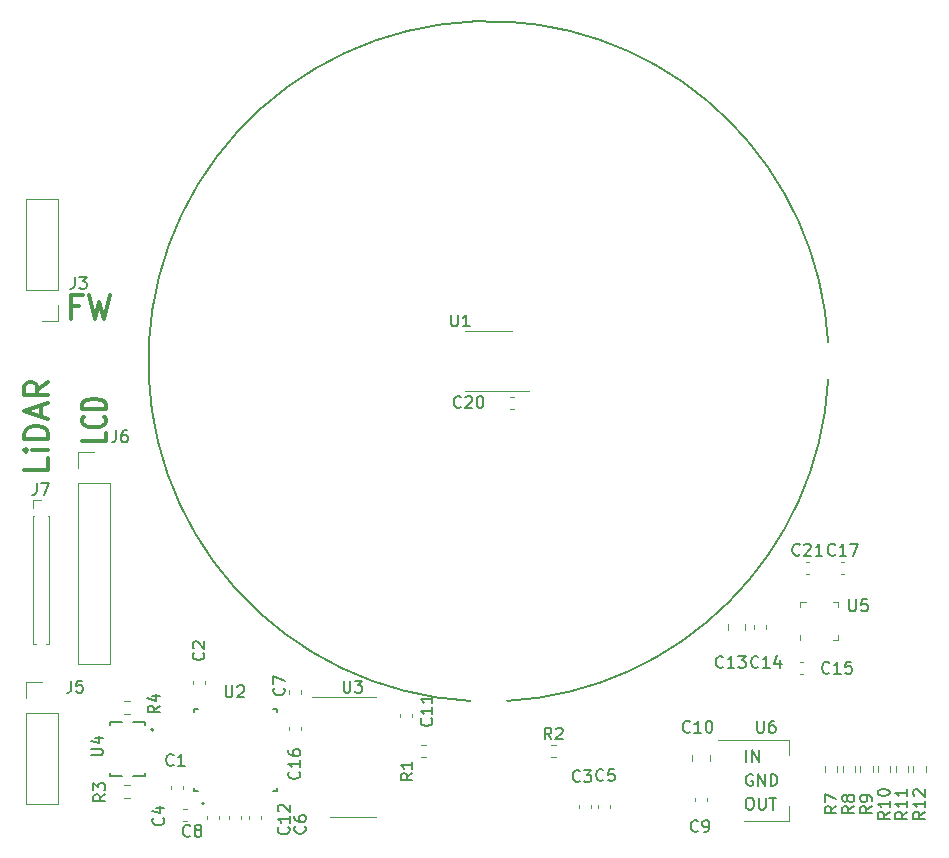
<source format=gbr>
%TF.GenerationSoftware,KiCad,Pcbnew,(6.0.5)*%
%TF.CreationDate,2023-11-22T15:14:02+07:00*%
%TF.ProjectId,view_base,76696577-5f62-4617-9365-2e6b69636164,rev?*%
%TF.SameCoordinates,Original*%
%TF.FileFunction,Legend,Top*%
%TF.FilePolarity,Positive*%
%FSLAX46Y46*%
G04 Gerber Fmt 4.6, Leading zero omitted, Abs format (unit mm)*
G04 Created by KiCad (PCBNEW (6.0.5)) date 2023-11-22 15:14:02*
%MOMM*%
%LPD*%
G01*
G04 APERTURE LIST*
%ADD10C,0.200000*%
%ADD11C,0.300000*%
%ADD12C,0.150000*%
%ADD13C,0.120000*%
%ADD14C,0.127000*%
G04 APERTURE END LIST*
D10*
X101547847Y-71241622D02*
G75*
G03*
X98452153Y-128758375I-1548187J-28758358D01*
G01*
X101567092Y-128757332D02*
G75*
G03*
X128758375Y-101547847I-1567092J28757332D01*
G01*
X128757332Y-98432908D02*
G75*
G03*
X101547847Y-71241625I-28757332J-1567092D01*
G01*
D11*
X65342857Y-95357142D02*
X64676190Y-95357142D01*
X64676190Y-96404761D02*
X64676190Y-94404761D01*
X65628571Y-94404761D01*
X66200000Y-94404761D02*
X66676190Y-96404761D01*
X67057142Y-94976190D01*
X67438095Y-96404761D01*
X67914285Y-94404761D01*
X67604761Y-106035714D02*
X67604761Y-106750000D01*
X65604761Y-106750000D01*
X67414285Y-104678571D02*
X67509523Y-104750000D01*
X67604761Y-104964285D01*
X67604761Y-105107142D01*
X67509523Y-105321428D01*
X67319047Y-105464285D01*
X67128571Y-105535714D01*
X66747619Y-105607142D01*
X66461904Y-105607142D01*
X66080952Y-105535714D01*
X65890476Y-105464285D01*
X65700000Y-105321428D01*
X65604761Y-105107142D01*
X65604761Y-104964285D01*
X65700000Y-104750000D01*
X65795238Y-104678571D01*
X67604761Y-104035714D02*
X65604761Y-104035714D01*
X65604761Y-103678571D01*
X65700000Y-103464285D01*
X65890476Y-103321428D01*
X66080952Y-103250000D01*
X66461904Y-103178571D01*
X66747619Y-103178571D01*
X67128571Y-103250000D01*
X67319047Y-103321428D01*
X67509523Y-103464285D01*
X67604761Y-103678571D01*
X67604761Y-104035714D01*
X62704761Y-108214285D02*
X62704761Y-109166666D01*
X60704761Y-109166666D01*
X62704761Y-107547619D02*
X61371428Y-107547619D01*
X60704761Y-107547619D02*
X60800000Y-107642857D01*
X60895238Y-107547619D01*
X60800000Y-107452380D01*
X60704761Y-107547619D01*
X60895238Y-107547619D01*
X62704761Y-106595238D02*
X60704761Y-106595238D01*
X60704761Y-106119047D01*
X60800000Y-105833333D01*
X60990476Y-105642857D01*
X61180952Y-105547619D01*
X61561904Y-105452380D01*
X61847619Y-105452380D01*
X62228571Y-105547619D01*
X62419047Y-105642857D01*
X62609523Y-105833333D01*
X62704761Y-106119047D01*
X62704761Y-106595238D01*
X62133333Y-104690476D02*
X62133333Y-103738095D01*
X62704761Y-104880952D02*
X60704761Y-104214285D01*
X62704761Y-103547619D01*
X62704761Y-101738095D02*
X61752380Y-102404761D01*
X62704761Y-102880952D02*
X60704761Y-102880952D01*
X60704761Y-102119047D01*
X60800000Y-101928571D01*
X60895238Y-101833333D01*
X61085714Y-101738095D01*
X61371428Y-101738095D01*
X61561904Y-101833333D01*
X61657142Y-101928571D01*
X61752380Y-102119047D01*
X61752380Y-102880952D01*
D12*
%TO.C,R1*%
X93552380Y-134866666D02*
X93076190Y-135200000D01*
X93552380Y-135438095D02*
X92552380Y-135438095D01*
X92552380Y-135057142D01*
X92600000Y-134961904D01*
X92647619Y-134914285D01*
X92742857Y-134866666D01*
X92885714Y-134866666D01*
X92980952Y-134914285D01*
X93028571Y-134961904D01*
X93076190Y-135057142D01*
X93076190Y-135438095D01*
X93552380Y-133914285D02*
X93552380Y-134485714D01*
X93552380Y-134200000D02*
X92552380Y-134200000D01*
X92695238Y-134295238D01*
X92790476Y-134390476D01*
X92838095Y-134485714D01*
%TO.C,R2*%
X105333333Y-132022380D02*
X105000000Y-131546190D01*
X104761904Y-132022380D02*
X104761904Y-131022380D01*
X105142857Y-131022380D01*
X105238095Y-131070000D01*
X105285714Y-131117619D01*
X105333333Y-131212857D01*
X105333333Y-131355714D01*
X105285714Y-131450952D01*
X105238095Y-131498571D01*
X105142857Y-131546190D01*
X104761904Y-131546190D01*
X105714285Y-131117619D02*
X105761904Y-131070000D01*
X105857142Y-131022380D01*
X106095238Y-131022380D01*
X106190476Y-131070000D01*
X106238095Y-131117619D01*
X106285714Y-131212857D01*
X106285714Y-131308095D01*
X106238095Y-131450952D01*
X105666666Y-132022380D01*
X106285714Y-132022380D01*
%TO.C,U2*%
X77738095Y-127452380D02*
X77738095Y-128261904D01*
X77785714Y-128357142D01*
X77833333Y-128404761D01*
X77928571Y-128452380D01*
X78119047Y-128452380D01*
X78214285Y-128404761D01*
X78261904Y-128357142D01*
X78309523Y-128261904D01*
X78309523Y-127452380D01*
X78738095Y-127547619D02*
X78785714Y-127500000D01*
X78880952Y-127452380D01*
X79119047Y-127452380D01*
X79214285Y-127500000D01*
X79261904Y-127547619D01*
X79309523Y-127642857D01*
X79309523Y-127738095D01*
X79261904Y-127880952D01*
X78690476Y-128452380D01*
X79309523Y-128452380D01*
%TO.C,C11*%
X95157142Y-130242857D02*
X95204761Y-130290476D01*
X95252380Y-130433333D01*
X95252380Y-130528571D01*
X95204761Y-130671428D01*
X95109523Y-130766666D01*
X95014285Y-130814285D01*
X94823809Y-130861904D01*
X94680952Y-130861904D01*
X94490476Y-130814285D01*
X94395238Y-130766666D01*
X94300000Y-130671428D01*
X94252380Y-130528571D01*
X94252380Y-130433333D01*
X94300000Y-130290476D01*
X94347619Y-130242857D01*
X95252380Y-129290476D02*
X95252380Y-129861904D01*
X95252380Y-129576190D02*
X94252380Y-129576190D01*
X94395238Y-129671428D01*
X94490476Y-129766666D01*
X94538095Y-129861904D01*
X95252380Y-128338095D02*
X95252380Y-128909523D01*
X95252380Y-128623809D02*
X94252380Y-128623809D01*
X94395238Y-128719047D01*
X94490476Y-128814285D01*
X94538095Y-128909523D01*
%TO.C,C13*%
X119857142Y-125857142D02*
X119809523Y-125904761D01*
X119666666Y-125952380D01*
X119571428Y-125952380D01*
X119428571Y-125904761D01*
X119333333Y-125809523D01*
X119285714Y-125714285D01*
X119238095Y-125523809D01*
X119238095Y-125380952D01*
X119285714Y-125190476D01*
X119333333Y-125095238D01*
X119428571Y-125000000D01*
X119571428Y-124952380D01*
X119666666Y-124952380D01*
X119809523Y-125000000D01*
X119857142Y-125047619D01*
X120809523Y-125952380D02*
X120238095Y-125952380D01*
X120523809Y-125952380D02*
X120523809Y-124952380D01*
X120428571Y-125095238D01*
X120333333Y-125190476D01*
X120238095Y-125238095D01*
X121142857Y-124952380D02*
X121761904Y-124952380D01*
X121428571Y-125333333D01*
X121571428Y-125333333D01*
X121666666Y-125380952D01*
X121714285Y-125428571D01*
X121761904Y-125523809D01*
X121761904Y-125761904D01*
X121714285Y-125857142D01*
X121666666Y-125904761D01*
X121571428Y-125952380D01*
X121285714Y-125952380D01*
X121190476Y-125904761D01*
X121142857Y-125857142D01*
%TO.C,C14*%
X122857142Y-125857142D02*
X122809523Y-125904761D01*
X122666666Y-125952380D01*
X122571428Y-125952380D01*
X122428571Y-125904761D01*
X122333333Y-125809523D01*
X122285714Y-125714285D01*
X122238095Y-125523809D01*
X122238095Y-125380952D01*
X122285714Y-125190476D01*
X122333333Y-125095238D01*
X122428571Y-125000000D01*
X122571428Y-124952380D01*
X122666666Y-124952380D01*
X122809523Y-125000000D01*
X122857142Y-125047619D01*
X123809523Y-125952380D02*
X123238095Y-125952380D01*
X123523809Y-125952380D02*
X123523809Y-124952380D01*
X123428571Y-125095238D01*
X123333333Y-125190476D01*
X123238095Y-125238095D01*
X124666666Y-125285714D02*
X124666666Y-125952380D01*
X124428571Y-124904761D02*
X124190476Y-125619047D01*
X124809523Y-125619047D01*
%TO.C,C15*%
X128857142Y-126357142D02*
X128809523Y-126404761D01*
X128666666Y-126452380D01*
X128571428Y-126452380D01*
X128428571Y-126404761D01*
X128333333Y-126309523D01*
X128285714Y-126214285D01*
X128238095Y-126023809D01*
X128238095Y-125880952D01*
X128285714Y-125690476D01*
X128333333Y-125595238D01*
X128428571Y-125500000D01*
X128571428Y-125452380D01*
X128666666Y-125452380D01*
X128809523Y-125500000D01*
X128857142Y-125547619D01*
X129809523Y-126452380D02*
X129238095Y-126452380D01*
X129523809Y-126452380D02*
X129523809Y-125452380D01*
X129428571Y-125595238D01*
X129333333Y-125690476D01*
X129238095Y-125738095D01*
X130714285Y-125452380D02*
X130238095Y-125452380D01*
X130190476Y-125928571D01*
X130238095Y-125880952D01*
X130333333Y-125833333D01*
X130571428Y-125833333D01*
X130666666Y-125880952D01*
X130714285Y-125928571D01*
X130761904Y-126023809D01*
X130761904Y-126261904D01*
X130714285Y-126357142D01*
X130666666Y-126404761D01*
X130571428Y-126452380D01*
X130333333Y-126452380D01*
X130238095Y-126404761D01*
X130190476Y-126357142D01*
%TO.C,C17*%
X129357142Y-116357142D02*
X129309523Y-116404761D01*
X129166666Y-116452380D01*
X129071428Y-116452380D01*
X128928571Y-116404761D01*
X128833333Y-116309523D01*
X128785714Y-116214285D01*
X128738095Y-116023809D01*
X128738095Y-115880952D01*
X128785714Y-115690476D01*
X128833333Y-115595238D01*
X128928571Y-115500000D01*
X129071428Y-115452380D01*
X129166666Y-115452380D01*
X129309523Y-115500000D01*
X129357142Y-115547619D01*
X130309523Y-116452380D02*
X129738095Y-116452380D01*
X130023809Y-116452380D02*
X130023809Y-115452380D01*
X129928571Y-115595238D01*
X129833333Y-115690476D01*
X129738095Y-115738095D01*
X130642857Y-115452380D02*
X131309523Y-115452380D01*
X130880952Y-116452380D01*
%TO.C,U6*%
X122738095Y-130452380D02*
X122738095Y-131261904D01*
X122785714Y-131357142D01*
X122833333Y-131404761D01*
X122928571Y-131452380D01*
X123119047Y-131452380D01*
X123214285Y-131404761D01*
X123261904Y-131357142D01*
X123309523Y-131261904D01*
X123309523Y-130452380D01*
X124214285Y-130452380D02*
X124023809Y-130452380D01*
X123928571Y-130500000D01*
X123880952Y-130547619D01*
X123785714Y-130690476D01*
X123738095Y-130880952D01*
X123738095Y-131261904D01*
X123785714Y-131357142D01*
X123833333Y-131404761D01*
X123928571Y-131452380D01*
X124119047Y-131452380D01*
X124214285Y-131404761D01*
X124261904Y-131357142D01*
X124309523Y-131261904D01*
X124309523Y-131023809D01*
X124261904Y-130928571D01*
X124214285Y-130880952D01*
X124119047Y-130833333D01*
X123928571Y-130833333D01*
X123833333Y-130880952D01*
X123785714Y-130928571D01*
X123738095Y-131023809D01*
X122026071Y-136952380D02*
X122216547Y-136952380D01*
X122311785Y-137000000D01*
X122407023Y-137095238D01*
X122454642Y-137285714D01*
X122454642Y-137619047D01*
X122407023Y-137809523D01*
X122311785Y-137904761D01*
X122216547Y-137952380D01*
X122026071Y-137952380D01*
X121930833Y-137904761D01*
X121835595Y-137809523D01*
X121787976Y-137619047D01*
X121787976Y-137285714D01*
X121835595Y-137095238D01*
X121930833Y-137000000D01*
X122026071Y-136952380D01*
X122883214Y-136952380D02*
X122883214Y-137761904D01*
X122930833Y-137857142D01*
X122978452Y-137904761D01*
X123073690Y-137952380D01*
X123264166Y-137952380D01*
X123359404Y-137904761D01*
X123407023Y-137857142D01*
X123454642Y-137761904D01*
X123454642Y-136952380D01*
X123787976Y-136952380D02*
X124359404Y-136952380D01*
X124073690Y-137952380D02*
X124073690Y-136952380D01*
X121835595Y-133952380D02*
X121835595Y-132952380D01*
X122311785Y-133952380D02*
X122311785Y-132952380D01*
X122883214Y-133952380D01*
X122883214Y-132952380D01*
X122359404Y-135000000D02*
X122264166Y-134952380D01*
X122121309Y-134952380D01*
X121978452Y-135000000D01*
X121883214Y-135095238D01*
X121835595Y-135190476D01*
X121787976Y-135380952D01*
X121787976Y-135523809D01*
X121835595Y-135714285D01*
X121883214Y-135809523D01*
X121978452Y-135904761D01*
X122121309Y-135952380D01*
X122216547Y-135952380D01*
X122359404Y-135904761D01*
X122407023Y-135857142D01*
X122407023Y-135523809D01*
X122216547Y-135523809D01*
X122835595Y-135952380D02*
X122835595Y-134952380D01*
X123407023Y-135952380D01*
X123407023Y-134952380D01*
X123883214Y-135952380D02*
X123883214Y-134952380D01*
X124121309Y-134952380D01*
X124264166Y-135000000D01*
X124359404Y-135095238D01*
X124407023Y-135190476D01*
X124454642Y-135380952D01*
X124454642Y-135523809D01*
X124407023Y-135714285D01*
X124359404Y-135809523D01*
X124264166Y-135904761D01*
X124121309Y-135952380D01*
X123883214Y-135952380D01*
%TO.C,U3*%
X87738095Y-127052380D02*
X87738095Y-127861904D01*
X87785714Y-127957142D01*
X87833333Y-128004761D01*
X87928571Y-128052380D01*
X88119047Y-128052380D01*
X88214285Y-128004761D01*
X88261904Y-127957142D01*
X88309523Y-127861904D01*
X88309523Y-127052380D01*
X88690476Y-127052380D02*
X89309523Y-127052380D01*
X88976190Y-127433333D01*
X89119047Y-127433333D01*
X89214285Y-127480952D01*
X89261904Y-127528571D01*
X89309523Y-127623809D01*
X89309523Y-127861904D01*
X89261904Y-127957142D01*
X89214285Y-128004761D01*
X89119047Y-128052380D01*
X88833333Y-128052380D01*
X88738095Y-128004761D01*
X88690476Y-127957142D01*
%TO.C,U5*%
X130538095Y-120152380D02*
X130538095Y-120961904D01*
X130585714Y-121057142D01*
X130633333Y-121104761D01*
X130728571Y-121152380D01*
X130919047Y-121152380D01*
X131014285Y-121104761D01*
X131061904Y-121057142D01*
X131109523Y-120961904D01*
X131109523Y-120152380D01*
X132061904Y-120152380D02*
X131585714Y-120152380D01*
X131538095Y-120628571D01*
X131585714Y-120580952D01*
X131680952Y-120533333D01*
X131919047Y-120533333D01*
X132014285Y-120580952D01*
X132061904Y-120628571D01*
X132109523Y-120723809D01*
X132109523Y-120961904D01*
X132061904Y-121057142D01*
X132014285Y-121104761D01*
X131919047Y-121152380D01*
X131680952Y-121152380D01*
X131585714Y-121104761D01*
X131538095Y-121057142D01*
%TO.C,C21*%
X126357142Y-116357142D02*
X126309523Y-116404761D01*
X126166666Y-116452380D01*
X126071428Y-116452380D01*
X125928571Y-116404761D01*
X125833333Y-116309523D01*
X125785714Y-116214285D01*
X125738095Y-116023809D01*
X125738095Y-115880952D01*
X125785714Y-115690476D01*
X125833333Y-115595238D01*
X125928571Y-115500000D01*
X126071428Y-115452380D01*
X126166666Y-115452380D01*
X126309523Y-115500000D01*
X126357142Y-115547619D01*
X126738095Y-115547619D02*
X126785714Y-115500000D01*
X126880952Y-115452380D01*
X127119047Y-115452380D01*
X127214285Y-115500000D01*
X127261904Y-115547619D01*
X127309523Y-115642857D01*
X127309523Y-115738095D01*
X127261904Y-115880952D01*
X126690476Y-116452380D01*
X127309523Y-116452380D01*
X128261904Y-116452380D02*
X127690476Y-116452380D01*
X127976190Y-116452380D02*
X127976190Y-115452380D01*
X127880952Y-115595238D01*
X127785714Y-115690476D01*
X127690476Y-115738095D01*
%TO.C,U1*%
X96838095Y-96052380D02*
X96838095Y-96861904D01*
X96885714Y-96957142D01*
X96933333Y-97004761D01*
X97028571Y-97052380D01*
X97219047Y-97052380D01*
X97314285Y-97004761D01*
X97361904Y-96957142D01*
X97409523Y-96861904D01*
X97409523Y-96052380D01*
X98409523Y-97052380D02*
X97838095Y-97052380D01*
X98123809Y-97052380D02*
X98123809Y-96052380D01*
X98028571Y-96195238D01*
X97933333Y-96290476D01*
X97838095Y-96338095D01*
%TO.C,C20*%
X97657142Y-103857142D02*
X97609523Y-103904761D01*
X97466666Y-103952380D01*
X97371428Y-103952380D01*
X97228571Y-103904761D01*
X97133333Y-103809523D01*
X97085714Y-103714285D01*
X97038095Y-103523809D01*
X97038095Y-103380952D01*
X97085714Y-103190476D01*
X97133333Y-103095238D01*
X97228571Y-103000000D01*
X97371428Y-102952380D01*
X97466666Y-102952380D01*
X97609523Y-103000000D01*
X97657142Y-103047619D01*
X98038095Y-103047619D02*
X98085714Y-103000000D01*
X98180952Y-102952380D01*
X98419047Y-102952380D01*
X98514285Y-103000000D01*
X98561904Y-103047619D01*
X98609523Y-103142857D01*
X98609523Y-103238095D01*
X98561904Y-103380952D01*
X97990476Y-103952380D01*
X98609523Y-103952380D01*
X99228571Y-102952380D02*
X99323809Y-102952380D01*
X99419047Y-103000000D01*
X99466666Y-103047619D01*
X99514285Y-103142857D01*
X99561904Y-103333333D01*
X99561904Y-103571428D01*
X99514285Y-103761904D01*
X99466666Y-103857142D01*
X99419047Y-103904761D01*
X99323809Y-103952380D01*
X99228571Y-103952380D01*
X99133333Y-103904761D01*
X99085714Y-103857142D01*
X99038095Y-103761904D01*
X98990476Y-103571428D01*
X98990476Y-103333333D01*
X99038095Y-103142857D01*
X99085714Y-103047619D01*
X99133333Y-103000000D01*
X99228571Y-102952380D01*
%TO.C,R7*%
X129452380Y-137666666D02*
X128976190Y-138000000D01*
X129452380Y-138238095D02*
X128452380Y-138238095D01*
X128452380Y-137857142D01*
X128500000Y-137761904D01*
X128547619Y-137714285D01*
X128642857Y-137666666D01*
X128785714Y-137666666D01*
X128880952Y-137714285D01*
X128928571Y-137761904D01*
X128976190Y-137857142D01*
X128976190Y-138238095D01*
X128452380Y-137333333D02*
X128452380Y-136666666D01*
X129452380Y-137095238D01*
%TO.C,R8*%
X130952380Y-137666666D02*
X130476190Y-138000000D01*
X130952380Y-138238095D02*
X129952380Y-138238095D01*
X129952380Y-137857142D01*
X130000000Y-137761904D01*
X130047619Y-137714285D01*
X130142857Y-137666666D01*
X130285714Y-137666666D01*
X130380952Y-137714285D01*
X130428571Y-137761904D01*
X130476190Y-137857142D01*
X130476190Y-138238095D01*
X130380952Y-137095238D02*
X130333333Y-137190476D01*
X130285714Y-137238095D01*
X130190476Y-137285714D01*
X130142857Y-137285714D01*
X130047619Y-137238095D01*
X130000000Y-137190476D01*
X129952380Y-137095238D01*
X129952380Y-136904761D01*
X130000000Y-136809523D01*
X130047619Y-136761904D01*
X130142857Y-136714285D01*
X130190476Y-136714285D01*
X130285714Y-136761904D01*
X130333333Y-136809523D01*
X130380952Y-136904761D01*
X130380952Y-137095238D01*
X130428571Y-137190476D01*
X130476190Y-137238095D01*
X130571428Y-137285714D01*
X130761904Y-137285714D01*
X130857142Y-137238095D01*
X130904761Y-137190476D01*
X130952380Y-137095238D01*
X130952380Y-136904761D01*
X130904761Y-136809523D01*
X130857142Y-136761904D01*
X130761904Y-136714285D01*
X130571428Y-136714285D01*
X130476190Y-136761904D01*
X130428571Y-136809523D01*
X130380952Y-136904761D01*
%TO.C,R12*%
X136952380Y-138142857D02*
X136476190Y-138476190D01*
X136952380Y-138714285D02*
X135952380Y-138714285D01*
X135952380Y-138333333D01*
X136000000Y-138238095D01*
X136047619Y-138190476D01*
X136142857Y-138142857D01*
X136285714Y-138142857D01*
X136380952Y-138190476D01*
X136428571Y-138238095D01*
X136476190Y-138333333D01*
X136476190Y-138714285D01*
X136952380Y-137190476D02*
X136952380Y-137761904D01*
X136952380Y-137476190D02*
X135952380Y-137476190D01*
X136095238Y-137571428D01*
X136190476Y-137666666D01*
X136238095Y-137761904D01*
X136047619Y-136809523D02*
X136000000Y-136761904D01*
X135952380Y-136666666D01*
X135952380Y-136428571D01*
X136000000Y-136333333D01*
X136047619Y-136285714D01*
X136142857Y-136238095D01*
X136238095Y-136238095D01*
X136380952Y-136285714D01*
X136952380Y-136857142D01*
X136952380Y-136238095D01*
%TO.C,R9*%
X132452380Y-137666666D02*
X131976190Y-138000000D01*
X132452380Y-138238095D02*
X131452380Y-138238095D01*
X131452380Y-137857142D01*
X131500000Y-137761904D01*
X131547619Y-137714285D01*
X131642857Y-137666666D01*
X131785714Y-137666666D01*
X131880952Y-137714285D01*
X131928571Y-137761904D01*
X131976190Y-137857142D01*
X131976190Y-138238095D01*
X132452380Y-137190476D02*
X132452380Y-137000000D01*
X132404761Y-136904761D01*
X132357142Y-136857142D01*
X132214285Y-136761904D01*
X132023809Y-136714285D01*
X131642857Y-136714285D01*
X131547619Y-136761904D01*
X131500000Y-136809523D01*
X131452380Y-136904761D01*
X131452380Y-137095238D01*
X131500000Y-137190476D01*
X131547619Y-137238095D01*
X131642857Y-137285714D01*
X131880952Y-137285714D01*
X131976190Y-137238095D01*
X132023809Y-137190476D01*
X132071428Y-137095238D01*
X132071428Y-136904761D01*
X132023809Y-136809523D01*
X131976190Y-136761904D01*
X131880952Y-136714285D01*
%TO.C,R10*%
X133952380Y-138142857D02*
X133476190Y-138476190D01*
X133952380Y-138714285D02*
X132952380Y-138714285D01*
X132952380Y-138333333D01*
X133000000Y-138238095D01*
X133047619Y-138190476D01*
X133142857Y-138142857D01*
X133285714Y-138142857D01*
X133380952Y-138190476D01*
X133428571Y-138238095D01*
X133476190Y-138333333D01*
X133476190Y-138714285D01*
X133952380Y-137190476D02*
X133952380Y-137761904D01*
X133952380Y-137476190D02*
X132952380Y-137476190D01*
X133095238Y-137571428D01*
X133190476Y-137666666D01*
X133238095Y-137761904D01*
X132952380Y-136571428D02*
X132952380Y-136476190D01*
X133000000Y-136380952D01*
X133047619Y-136333333D01*
X133142857Y-136285714D01*
X133333333Y-136238095D01*
X133571428Y-136238095D01*
X133761904Y-136285714D01*
X133857142Y-136333333D01*
X133904761Y-136380952D01*
X133952380Y-136476190D01*
X133952380Y-136571428D01*
X133904761Y-136666666D01*
X133857142Y-136714285D01*
X133761904Y-136761904D01*
X133571428Y-136809523D01*
X133333333Y-136809523D01*
X133142857Y-136761904D01*
X133047619Y-136714285D01*
X133000000Y-136666666D01*
X132952380Y-136571428D01*
%TO.C,R11*%
X135452380Y-138142857D02*
X134976190Y-138476190D01*
X135452380Y-138714285D02*
X134452380Y-138714285D01*
X134452380Y-138333333D01*
X134500000Y-138238095D01*
X134547619Y-138190476D01*
X134642857Y-138142857D01*
X134785714Y-138142857D01*
X134880952Y-138190476D01*
X134928571Y-138238095D01*
X134976190Y-138333333D01*
X134976190Y-138714285D01*
X135452380Y-137190476D02*
X135452380Y-137761904D01*
X135452380Y-137476190D02*
X134452380Y-137476190D01*
X134595238Y-137571428D01*
X134690476Y-137666666D01*
X134738095Y-137761904D01*
X135452380Y-136238095D02*
X135452380Y-136809523D01*
X135452380Y-136523809D02*
X134452380Y-136523809D01*
X134595238Y-136619047D01*
X134690476Y-136714285D01*
X134738095Y-136809523D01*
%TO.C,C10*%
X117057142Y-131357142D02*
X117009523Y-131404761D01*
X116866666Y-131452380D01*
X116771428Y-131452380D01*
X116628571Y-131404761D01*
X116533333Y-131309523D01*
X116485714Y-131214285D01*
X116438095Y-131023809D01*
X116438095Y-130880952D01*
X116485714Y-130690476D01*
X116533333Y-130595238D01*
X116628571Y-130500000D01*
X116771428Y-130452380D01*
X116866666Y-130452380D01*
X117009523Y-130500000D01*
X117057142Y-130547619D01*
X118009523Y-131452380D02*
X117438095Y-131452380D01*
X117723809Y-131452380D02*
X117723809Y-130452380D01*
X117628571Y-130595238D01*
X117533333Y-130690476D01*
X117438095Y-130738095D01*
X118628571Y-130452380D02*
X118723809Y-130452380D01*
X118819047Y-130500000D01*
X118866666Y-130547619D01*
X118914285Y-130642857D01*
X118961904Y-130833333D01*
X118961904Y-131071428D01*
X118914285Y-131261904D01*
X118866666Y-131357142D01*
X118819047Y-131404761D01*
X118723809Y-131452380D01*
X118628571Y-131452380D01*
X118533333Y-131404761D01*
X118485714Y-131357142D01*
X118438095Y-131261904D01*
X118390476Y-131071428D01*
X118390476Y-130833333D01*
X118438095Y-130642857D01*
X118485714Y-130547619D01*
X118533333Y-130500000D01*
X118628571Y-130452380D01*
%TO.C,C9*%
X117733333Y-139757142D02*
X117685714Y-139804761D01*
X117542857Y-139852380D01*
X117447619Y-139852380D01*
X117304761Y-139804761D01*
X117209523Y-139709523D01*
X117161904Y-139614285D01*
X117114285Y-139423809D01*
X117114285Y-139280952D01*
X117161904Y-139090476D01*
X117209523Y-138995238D01*
X117304761Y-138900000D01*
X117447619Y-138852380D01*
X117542857Y-138852380D01*
X117685714Y-138900000D01*
X117733333Y-138947619D01*
X118209523Y-139852380D02*
X118400000Y-139852380D01*
X118495238Y-139804761D01*
X118542857Y-139757142D01*
X118638095Y-139614285D01*
X118685714Y-139423809D01*
X118685714Y-139042857D01*
X118638095Y-138947619D01*
X118590476Y-138900000D01*
X118495238Y-138852380D01*
X118304761Y-138852380D01*
X118209523Y-138900000D01*
X118161904Y-138947619D01*
X118114285Y-139042857D01*
X118114285Y-139280952D01*
X118161904Y-139376190D01*
X118209523Y-139423809D01*
X118304761Y-139471428D01*
X118495238Y-139471428D01*
X118590476Y-139423809D01*
X118638095Y-139376190D01*
X118685714Y-139280952D01*
%TO.C,R3*%
X67552380Y-136666666D02*
X67076190Y-137000000D01*
X67552380Y-137238095D02*
X66552380Y-137238095D01*
X66552380Y-136857142D01*
X66600000Y-136761904D01*
X66647619Y-136714285D01*
X66742857Y-136666666D01*
X66885714Y-136666666D01*
X66980952Y-136714285D01*
X67028571Y-136761904D01*
X67076190Y-136857142D01*
X67076190Y-137238095D01*
X66552380Y-136333333D02*
X66552380Y-135714285D01*
X66933333Y-136047619D01*
X66933333Y-135904761D01*
X66980952Y-135809523D01*
X67028571Y-135761904D01*
X67123809Y-135714285D01*
X67361904Y-135714285D01*
X67457142Y-135761904D01*
X67504761Y-135809523D01*
X67552380Y-135904761D01*
X67552380Y-136190476D01*
X67504761Y-136285714D01*
X67457142Y-136333333D01*
%TO.C,J6*%
X68466666Y-105852380D02*
X68466666Y-106566666D01*
X68419047Y-106709523D01*
X68323809Y-106804761D01*
X68180952Y-106852380D01*
X68085714Y-106852380D01*
X69371428Y-105852380D02*
X69180952Y-105852380D01*
X69085714Y-105900000D01*
X69038095Y-105947619D01*
X68942857Y-106090476D01*
X68895238Y-106280952D01*
X68895238Y-106661904D01*
X68942857Y-106757142D01*
X68990476Y-106804761D01*
X69085714Y-106852380D01*
X69276190Y-106852380D01*
X69371428Y-106804761D01*
X69419047Y-106757142D01*
X69466666Y-106661904D01*
X69466666Y-106423809D01*
X69419047Y-106328571D01*
X69371428Y-106280952D01*
X69276190Y-106233333D01*
X69085714Y-106233333D01*
X68990476Y-106280952D01*
X68942857Y-106328571D01*
X68895238Y-106423809D01*
%TO.C,C1*%
X73333333Y-134157142D02*
X73285714Y-134204761D01*
X73142857Y-134252380D01*
X73047619Y-134252380D01*
X72904761Y-134204761D01*
X72809523Y-134109523D01*
X72761904Y-134014285D01*
X72714285Y-133823809D01*
X72714285Y-133680952D01*
X72761904Y-133490476D01*
X72809523Y-133395238D01*
X72904761Y-133300000D01*
X73047619Y-133252380D01*
X73142857Y-133252380D01*
X73285714Y-133300000D01*
X73333333Y-133347619D01*
X74285714Y-134252380D02*
X73714285Y-134252380D01*
X74000000Y-134252380D02*
X74000000Y-133252380D01*
X73904761Y-133395238D01*
X73809523Y-133490476D01*
X73714285Y-133538095D01*
%TO.C,C4*%
X72457142Y-138666666D02*
X72504761Y-138714285D01*
X72552380Y-138857142D01*
X72552380Y-138952380D01*
X72504761Y-139095238D01*
X72409523Y-139190476D01*
X72314285Y-139238095D01*
X72123809Y-139285714D01*
X71980952Y-139285714D01*
X71790476Y-139238095D01*
X71695238Y-139190476D01*
X71600000Y-139095238D01*
X71552380Y-138952380D01*
X71552380Y-138857142D01*
X71600000Y-138714285D01*
X71647619Y-138666666D01*
X71885714Y-137809523D02*
X72552380Y-137809523D01*
X71504761Y-138047619D02*
X72219047Y-138285714D01*
X72219047Y-137666666D01*
%TO.C,C2*%
X75857142Y-124666666D02*
X75904761Y-124714285D01*
X75952380Y-124857142D01*
X75952380Y-124952380D01*
X75904761Y-125095238D01*
X75809523Y-125190476D01*
X75714285Y-125238095D01*
X75523809Y-125285714D01*
X75380952Y-125285714D01*
X75190476Y-125238095D01*
X75095238Y-125190476D01*
X75000000Y-125095238D01*
X74952380Y-124952380D01*
X74952380Y-124857142D01*
X75000000Y-124714285D01*
X75047619Y-124666666D01*
X75047619Y-124285714D02*
X75000000Y-124238095D01*
X74952380Y-124142857D01*
X74952380Y-123904761D01*
X75000000Y-123809523D01*
X75047619Y-123761904D01*
X75142857Y-123714285D01*
X75238095Y-123714285D01*
X75380952Y-123761904D01*
X75952380Y-124333333D01*
X75952380Y-123714285D01*
%TO.C,J5*%
X64666666Y-127052380D02*
X64666666Y-127766666D01*
X64619047Y-127909523D01*
X64523809Y-128004761D01*
X64380952Y-128052380D01*
X64285714Y-128052380D01*
X65619047Y-127052380D02*
X65142857Y-127052380D01*
X65095238Y-127528571D01*
X65142857Y-127480952D01*
X65238095Y-127433333D01*
X65476190Y-127433333D01*
X65571428Y-127480952D01*
X65619047Y-127528571D01*
X65666666Y-127623809D01*
X65666666Y-127861904D01*
X65619047Y-127957142D01*
X65571428Y-128004761D01*
X65476190Y-128052380D01*
X65238095Y-128052380D01*
X65142857Y-128004761D01*
X65095238Y-127957142D01*
%TO.C,C12*%
X83057142Y-139442857D02*
X83104761Y-139490476D01*
X83152380Y-139633333D01*
X83152380Y-139728571D01*
X83104761Y-139871428D01*
X83009523Y-139966666D01*
X82914285Y-140014285D01*
X82723809Y-140061904D01*
X82580952Y-140061904D01*
X82390476Y-140014285D01*
X82295238Y-139966666D01*
X82200000Y-139871428D01*
X82152380Y-139728571D01*
X82152380Y-139633333D01*
X82200000Y-139490476D01*
X82247619Y-139442857D01*
X83152380Y-138490476D02*
X83152380Y-139061904D01*
X83152380Y-138776190D02*
X82152380Y-138776190D01*
X82295238Y-138871428D01*
X82390476Y-138966666D01*
X82438095Y-139061904D01*
X82247619Y-138109523D02*
X82200000Y-138061904D01*
X82152380Y-137966666D01*
X82152380Y-137728571D01*
X82200000Y-137633333D01*
X82247619Y-137585714D01*
X82342857Y-137538095D01*
X82438095Y-137538095D01*
X82580952Y-137585714D01*
X83152380Y-138157142D01*
X83152380Y-137538095D01*
%TO.C,C5*%
X109733333Y-135432142D02*
X109685714Y-135479761D01*
X109542857Y-135527380D01*
X109447619Y-135527380D01*
X109304761Y-135479761D01*
X109209523Y-135384523D01*
X109161904Y-135289285D01*
X109114285Y-135098809D01*
X109114285Y-134955952D01*
X109161904Y-134765476D01*
X109209523Y-134670238D01*
X109304761Y-134575000D01*
X109447619Y-134527380D01*
X109542857Y-134527380D01*
X109685714Y-134575000D01*
X109733333Y-134622619D01*
X110638095Y-134527380D02*
X110161904Y-134527380D01*
X110114285Y-135003571D01*
X110161904Y-134955952D01*
X110257142Y-134908333D01*
X110495238Y-134908333D01*
X110590476Y-134955952D01*
X110638095Y-135003571D01*
X110685714Y-135098809D01*
X110685714Y-135336904D01*
X110638095Y-135432142D01*
X110590476Y-135479761D01*
X110495238Y-135527380D01*
X110257142Y-135527380D01*
X110161904Y-135479761D01*
X110114285Y-135432142D01*
%TO.C,R4*%
X72152380Y-129166666D02*
X71676190Y-129500000D01*
X72152380Y-129738095D02*
X71152380Y-129738095D01*
X71152380Y-129357142D01*
X71200000Y-129261904D01*
X71247619Y-129214285D01*
X71342857Y-129166666D01*
X71485714Y-129166666D01*
X71580952Y-129214285D01*
X71628571Y-129261904D01*
X71676190Y-129357142D01*
X71676190Y-129738095D01*
X71485714Y-128309523D02*
X72152380Y-128309523D01*
X71104761Y-128547619D02*
X71819047Y-128785714D01*
X71819047Y-128166666D01*
%TO.C,C16*%
X83957142Y-134742857D02*
X84004761Y-134790476D01*
X84052380Y-134933333D01*
X84052380Y-135028571D01*
X84004761Y-135171428D01*
X83909523Y-135266666D01*
X83814285Y-135314285D01*
X83623809Y-135361904D01*
X83480952Y-135361904D01*
X83290476Y-135314285D01*
X83195238Y-135266666D01*
X83100000Y-135171428D01*
X83052380Y-135028571D01*
X83052380Y-134933333D01*
X83100000Y-134790476D01*
X83147619Y-134742857D01*
X84052380Y-133790476D02*
X84052380Y-134361904D01*
X84052380Y-134076190D02*
X83052380Y-134076190D01*
X83195238Y-134171428D01*
X83290476Y-134266666D01*
X83338095Y-134361904D01*
X83052380Y-132933333D02*
X83052380Y-133123809D01*
X83100000Y-133219047D01*
X83147619Y-133266666D01*
X83290476Y-133361904D01*
X83480952Y-133409523D01*
X83861904Y-133409523D01*
X83957142Y-133361904D01*
X84004761Y-133314285D01*
X84052380Y-133219047D01*
X84052380Y-133028571D01*
X84004761Y-132933333D01*
X83957142Y-132885714D01*
X83861904Y-132838095D01*
X83623809Y-132838095D01*
X83528571Y-132885714D01*
X83480952Y-132933333D01*
X83433333Y-133028571D01*
X83433333Y-133219047D01*
X83480952Y-133314285D01*
X83528571Y-133361904D01*
X83623809Y-133409523D01*
%TO.C,C8*%
X74733333Y-140157142D02*
X74685714Y-140204761D01*
X74542857Y-140252380D01*
X74447619Y-140252380D01*
X74304761Y-140204761D01*
X74209523Y-140109523D01*
X74161904Y-140014285D01*
X74114285Y-139823809D01*
X74114285Y-139680952D01*
X74161904Y-139490476D01*
X74209523Y-139395238D01*
X74304761Y-139300000D01*
X74447619Y-139252380D01*
X74542857Y-139252380D01*
X74685714Y-139300000D01*
X74733333Y-139347619D01*
X75304761Y-139680952D02*
X75209523Y-139633333D01*
X75161904Y-139585714D01*
X75114285Y-139490476D01*
X75114285Y-139442857D01*
X75161904Y-139347619D01*
X75209523Y-139300000D01*
X75304761Y-139252380D01*
X75495238Y-139252380D01*
X75590476Y-139300000D01*
X75638095Y-139347619D01*
X75685714Y-139442857D01*
X75685714Y-139490476D01*
X75638095Y-139585714D01*
X75590476Y-139633333D01*
X75495238Y-139680952D01*
X75304761Y-139680952D01*
X75209523Y-139728571D01*
X75161904Y-139776190D01*
X75114285Y-139871428D01*
X75114285Y-140061904D01*
X75161904Y-140157142D01*
X75209523Y-140204761D01*
X75304761Y-140252380D01*
X75495238Y-140252380D01*
X75590476Y-140204761D01*
X75638095Y-140157142D01*
X75685714Y-140061904D01*
X75685714Y-139871428D01*
X75638095Y-139776190D01*
X75590476Y-139728571D01*
X75495238Y-139680952D01*
%TO.C,C3*%
X107733333Y-135532142D02*
X107685714Y-135579761D01*
X107542857Y-135627380D01*
X107447619Y-135627380D01*
X107304761Y-135579761D01*
X107209523Y-135484523D01*
X107161904Y-135389285D01*
X107114285Y-135198809D01*
X107114285Y-135055952D01*
X107161904Y-134865476D01*
X107209523Y-134770238D01*
X107304761Y-134675000D01*
X107447619Y-134627380D01*
X107542857Y-134627380D01*
X107685714Y-134675000D01*
X107733333Y-134722619D01*
X108066666Y-134627380D02*
X108685714Y-134627380D01*
X108352380Y-135008333D01*
X108495238Y-135008333D01*
X108590476Y-135055952D01*
X108638095Y-135103571D01*
X108685714Y-135198809D01*
X108685714Y-135436904D01*
X108638095Y-135532142D01*
X108590476Y-135579761D01*
X108495238Y-135627380D01*
X108209523Y-135627380D01*
X108114285Y-135579761D01*
X108066666Y-135532142D01*
%TO.C,C7*%
X82657142Y-127666666D02*
X82704761Y-127714285D01*
X82752380Y-127857142D01*
X82752380Y-127952380D01*
X82704761Y-128095238D01*
X82609523Y-128190476D01*
X82514285Y-128238095D01*
X82323809Y-128285714D01*
X82180952Y-128285714D01*
X81990476Y-128238095D01*
X81895238Y-128190476D01*
X81800000Y-128095238D01*
X81752380Y-127952380D01*
X81752380Y-127857142D01*
X81800000Y-127714285D01*
X81847619Y-127666666D01*
X81752380Y-127333333D02*
X81752380Y-126666666D01*
X82752380Y-127095238D01*
%TO.C,U4*%
X66352380Y-133361904D02*
X67161904Y-133361904D01*
X67257142Y-133314285D01*
X67304761Y-133266666D01*
X67352380Y-133171428D01*
X67352380Y-132980952D01*
X67304761Y-132885714D01*
X67257142Y-132838095D01*
X67161904Y-132790476D01*
X66352380Y-132790476D01*
X66685714Y-131885714D02*
X67352380Y-131885714D01*
X66304761Y-132123809D02*
X67019047Y-132361904D01*
X67019047Y-131742857D01*
%TO.C,J7*%
X61766666Y-110292380D02*
X61766666Y-111006666D01*
X61719047Y-111149523D01*
X61623809Y-111244761D01*
X61480952Y-111292380D01*
X61385714Y-111292380D01*
X62147619Y-110292380D02*
X62814285Y-110292380D01*
X62385714Y-111292380D01*
%TO.C,J3*%
X64966666Y-92852380D02*
X64966666Y-93566666D01*
X64919047Y-93709523D01*
X64823809Y-93804761D01*
X64680952Y-93852380D01*
X64585714Y-93852380D01*
X65347619Y-92852380D02*
X65966666Y-92852380D01*
X65633333Y-93233333D01*
X65776190Y-93233333D01*
X65871428Y-93280952D01*
X65919047Y-93328571D01*
X65966666Y-93423809D01*
X65966666Y-93661904D01*
X65919047Y-93757142D01*
X65871428Y-93804761D01*
X65776190Y-93852380D01*
X65490476Y-93852380D01*
X65395238Y-93804761D01*
X65347619Y-93757142D01*
%TO.C,C6*%
X84457142Y-139366666D02*
X84504761Y-139414285D01*
X84552380Y-139557142D01*
X84552380Y-139652380D01*
X84504761Y-139795238D01*
X84409523Y-139890476D01*
X84314285Y-139938095D01*
X84123809Y-139985714D01*
X83980952Y-139985714D01*
X83790476Y-139938095D01*
X83695238Y-139890476D01*
X83600000Y-139795238D01*
X83552380Y-139652380D01*
X83552380Y-139557142D01*
X83600000Y-139414285D01*
X83647619Y-139366666D01*
X83552380Y-138509523D02*
X83552380Y-138700000D01*
X83600000Y-138795238D01*
X83647619Y-138842857D01*
X83790476Y-138938095D01*
X83980952Y-138985714D01*
X84361904Y-138985714D01*
X84457142Y-138938095D01*
X84504761Y-138890476D01*
X84552380Y-138795238D01*
X84552380Y-138604761D01*
X84504761Y-138509523D01*
X84457142Y-138461904D01*
X84361904Y-138414285D01*
X84123809Y-138414285D01*
X84028571Y-138461904D01*
X83980952Y-138509523D01*
X83933333Y-138604761D01*
X83933333Y-138795238D01*
X83980952Y-138890476D01*
X84028571Y-138938095D01*
X84123809Y-138985714D01*
D13*
%TO.C,R1*%
X94737258Y-132477500D02*
X94262742Y-132477500D01*
X94737258Y-133522500D02*
X94262742Y-133522500D01*
%TO.C,R2*%
X105262742Y-132477500D02*
X105737258Y-132477500D01*
X105262742Y-133522500D02*
X105737258Y-133522500D01*
D14*
%TO.C,U2*%
X82075000Y-129425000D02*
X81780000Y-129425000D01*
X82075000Y-136425000D02*
X82075000Y-136130000D01*
X75075000Y-129425000D02*
X75370000Y-129425000D01*
X75075000Y-136425000D02*
X75075000Y-136130000D01*
X82075000Y-129425000D02*
X82075000Y-129720000D01*
X75075000Y-129425000D02*
X75075000Y-129720000D01*
X82075000Y-136425000D02*
X81780000Y-136425000D01*
X75075000Y-136425000D02*
X75370000Y-136425000D01*
D10*
X75925000Y-137425000D02*
G75*
G03*
X75925000Y-137425000I-100000J0D01*
G01*
D13*
%TO.C,C11*%
X93510000Y-129859420D02*
X93510000Y-130140580D01*
X92490000Y-129859420D02*
X92490000Y-130140580D01*
%TO.C,C13*%
X121735000Y-122238748D02*
X121735000Y-122761252D01*
X120265000Y-122238748D02*
X120265000Y-122761252D01*
%TO.C,C14*%
X123510000Y-122359420D02*
X123510000Y-122640580D01*
X122490000Y-122359420D02*
X122490000Y-122640580D01*
%TO.C,C15*%
X126359420Y-125490000D02*
X126640580Y-125490000D01*
X126359420Y-126510000D02*
X126640580Y-126510000D01*
%TO.C,C17*%
X129859420Y-118010000D02*
X130140580Y-118010000D01*
X129859420Y-116990000D02*
X130140580Y-116990000D01*
%TO.C,U6*%
X125410000Y-138910000D02*
X125410000Y-137650000D01*
X119400000Y-132090000D02*
X125410000Y-132090000D01*
X121650000Y-138910000D02*
X125410000Y-138910000D01*
X125410000Y-132090000D02*
X125410000Y-133350000D01*
%TO.C,U3*%
X88500000Y-128440000D02*
X85050000Y-128440000D01*
X88500000Y-128440000D02*
X90450000Y-128440000D01*
X88500000Y-138560000D02*
X90450000Y-138560000D01*
X88500000Y-138560000D02*
X86550000Y-138560000D01*
%TO.C,U5*%
X126390000Y-120390000D02*
X126840000Y-120390000D01*
X126390000Y-123160000D02*
X126390000Y-123610000D01*
X129610000Y-123610000D02*
X129160000Y-123610000D01*
X126390000Y-120840000D02*
X126390000Y-120390000D01*
X129610000Y-123160000D02*
X129610000Y-123610000D01*
X129610000Y-120390000D02*
X129160000Y-120390000D01*
X129610000Y-120840000D02*
X129610000Y-120390000D01*
%TO.C,C21*%
X127140580Y-118010000D02*
X126859420Y-118010000D01*
X127140580Y-116990000D02*
X126859420Y-116990000D01*
%TO.C,U1*%
X100000000Y-97440000D02*
X101950000Y-97440000D01*
X100000000Y-102560000D02*
X98050000Y-102560000D01*
X100000000Y-102560000D02*
X103450000Y-102560000D01*
X100000000Y-97440000D02*
X98050000Y-97440000D01*
%TO.C,C20*%
X102140580Y-102990000D02*
X101859420Y-102990000D01*
X102140580Y-104010000D02*
X101859420Y-104010000D01*
%TO.C,R7*%
X129522500Y-134262742D02*
X129522500Y-134737258D01*
X128477500Y-134262742D02*
X128477500Y-134737258D01*
%TO.C,R8*%
X131022500Y-134262742D02*
X131022500Y-134737258D01*
X129977500Y-134262742D02*
X129977500Y-134737258D01*
%TO.C,R12*%
X135977500Y-134262742D02*
X135977500Y-134737258D01*
X137022500Y-134262742D02*
X137022500Y-134737258D01*
%TO.C,R9*%
X132522500Y-134262742D02*
X132522500Y-134737258D01*
X131477500Y-134262742D02*
X131477500Y-134737258D01*
%TO.C,R10*%
X132977500Y-134262742D02*
X132977500Y-134737258D01*
X134022500Y-134262742D02*
X134022500Y-134737258D01*
%TO.C,R11*%
X135522500Y-134262742D02*
X135522500Y-134737258D01*
X134477500Y-134262742D02*
X134477500Y-134737258D01*
%TO.C,C10*%
X118735000Y-133338748D02*
X118735000Y-133861252D01*
X117265000Y-133338748D02*
X117265000Y-133861252D01*
%TO.C,C9*%
X117490000Y-137240580D02*
X117490000Y-136959420D01*
X118510000Y-137240580D02*
X118510000Y-136959420D01*
%TO.C,R3*%
X69634758Y-136947500D02*
X69160242Y-136947500D01*
X69634758Y-135902500D02*
X69160242Y-135902500D01*
%TO.C,J6*%
X65270000Y-110310000D02*
X67930000Y-110310000D01*
X65270000Y-125610000D02*
X67930000Y-125610000D01*
X65270000Y-107710000D02*
X66600000Y-107710000D01*
X65270000Y-110310000D02*
X65270000Y-125610000D01*
X65270000Y-109040000D02*
X65270000Y-107710000D01*
X67930000Y-110310000D02*
X67930000Y-125610000D01*
%TO.C,C1*%
X73090000Y-136240580D02*
X73090000Y-135959420D01*
X74110000Y-136240580D02*
X74110000Y-135959420D01*
%TO.C,C4*%
X74440580Y-138910000D02*
X74159420Y-138910000D01*
X74440580Y-137890000D02*
X74159420Y-137890000D01*
%TO.C,C2*%
X76010000Y-127340580D02*
X76010000Y-127059420D01*
X74990000Y-127340580D02*
X74990000Y-127059420D01*
%TO.C,J5*%
X60870000Y-129770000D02*
X63530000Y-129770000D01*
X60870000Y-137450000D02*
X63530000Y-137450000D01*
X63530000Y-129770000D02*
X63530000Y-137450000D01*
X60870000Y-129770000D02*
X60870000Y-137450000D01*
X60870000Y-128500000D02*
X60870000Y-127170000D01*
X60870000Y-127170000D02*
X62200000Y-127170000D01*
%TO.C,C12*%
X79010000Y-138740580D02*
X79010000Y-138459420D01*
X77990000Y-138740580D02*
X77990000Y-138459420D01*
%TO.C,C5*%
X110310000Y-137534420D02*
X110310000Y-137815580D01*
X109290000Y-137534420D02*
X109290000Y-137815580D01*
%TO.C,R4*%
X69634758Y-129847500D02*
X69160242Y-129847500D01*
X69634758Y-128802500D02*
X69160242Y-128802500D01*
%TO.C,C16*%
X83090000Y-131240580D02*
X83090000Y-130959420D01*
X84110000Y-131240580D02*
X84110000Y-130959420D01*
%TO.C,C8*%
X76190000Y-138459420D02*
X76190000Y-138740580D01*
X77210000Y-138459420D02*
X77210000Y-138740580D01*
%TO.C,C3*%
X108710000Y-137815580D02*
X108710000Y-137534420D01*
X107690000Y-137815580D02*
X107690000Y-137534420D01*
%TO.C,C7*%
X84110000Y-127859420D02*
X84110000Y-128140580D01*
X83090000Y-127859420D02*
X83090000Y-128140580D01*
D14*
%TO.C,U4*%
X70935000Y-135075000D02*
X70935000Y-134825000D01*
X69935000Y-135075000D02*
X70935000Y-135075000D01*
X70935000Y-130575000D02*
X70935000Y-130825000D01*
X69935000Y-130575000D02*
X70935000Y-130575000D01*
X67935000Y-130825000D02*
X67935000Y-130575000D01*
X68935000Y-135075000D02*
X67935000Y-135075000D01*
X67935000Y-135075000D02*
X67935000Y-134825000D01*
X67935000Y-130575000D02*
X68935000Y-130575000D01*
D10*
X71635000Y-131196000D02*
G75*
G03*
X71635000Y-131196000I-100000J0D01*
G01*
D13*
%TO.C,J7*%
X62494493Y-123960000D02*
X62795000Y-123960000D01*
X61405000Y-112400000D02*
X61405000Y-111715000D01*
X61405000Y-113085000D02*
X61491724Y-113085000D01*
X61405000Y-111715000D02*
X62100000Y-111715000D01*
X62795000Y-113085000D02*
X62795000Y-123960000D01*
X61405000Y-123960000D02*
X61705507Y-123960000D01*
X62708276Y-113085000D02*
X62795000Y-113085000D01*
X61405000Y-113085000D02*
X61405000Y-123960000D01*
%TO.C,J3*%
X63530000Y-93950000D02*
X63530000Y-86270000D01*
X63530000Y-86270000D02*
X60870000Y-86270000D01*
X60870000Y-93950000D02*
X60870000Y-86270000D01*
X63530000Y-96550000D02*
X62200000Y-96550000D01*
X63530000Y-93950000D02*
X60870000Y-93950000D01*
X63530000Y-95220000D02*
X63530000Y-96550000D01*
%TO.C,C6*%
X79690000Y-138459420D02*
X79690000Y-138740580D01*
X80710000Y-138459420D02*
X80710000Y-138740580D01*
%TD*%
M02*

</source>
